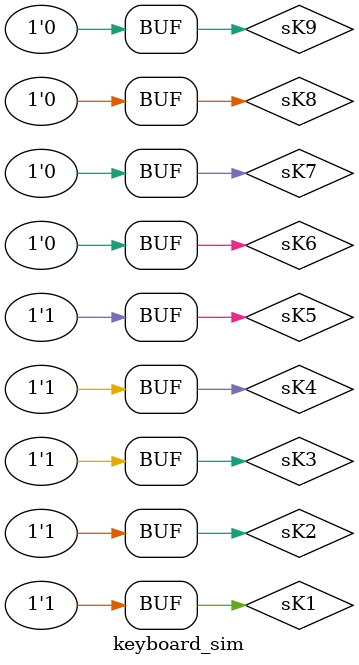
<source format=v>
`timescale 1ns / 1ps


module keyboard_sim();
    reg sK1, sK2, sK3, sK4, sK5, sK6, sK7, sK8, sK9;
    wire [15:0] sKey;
    
    keyboard u(sK1, sK2, sK3, sK4, sK5, sK6, sK7, sK8, sK9, sKey);
    
    initial begin
        sK9 <= 0;
        {sK1, sK2, sK3, sK4, sK5, sK6, sK7, sK8} = 8'b00000000;

        repeat(15) begin
            repeat(15)
                #10 {sK5, sK6, sK7, sK8} = {sK5, sK6, sK7, sK8} + 1;
            #10 {sK1, sK2, sK3, sK4} = {sK1, sK2, sK3, sK4} + 1;
            {sK5, sK6, sK7, sK8} = 4'b0000;
        end
        
        #10
        {sK1, sK2, sK3, sK4, sK5} = 5'b11111;
    end
    
endmodule

</source>
